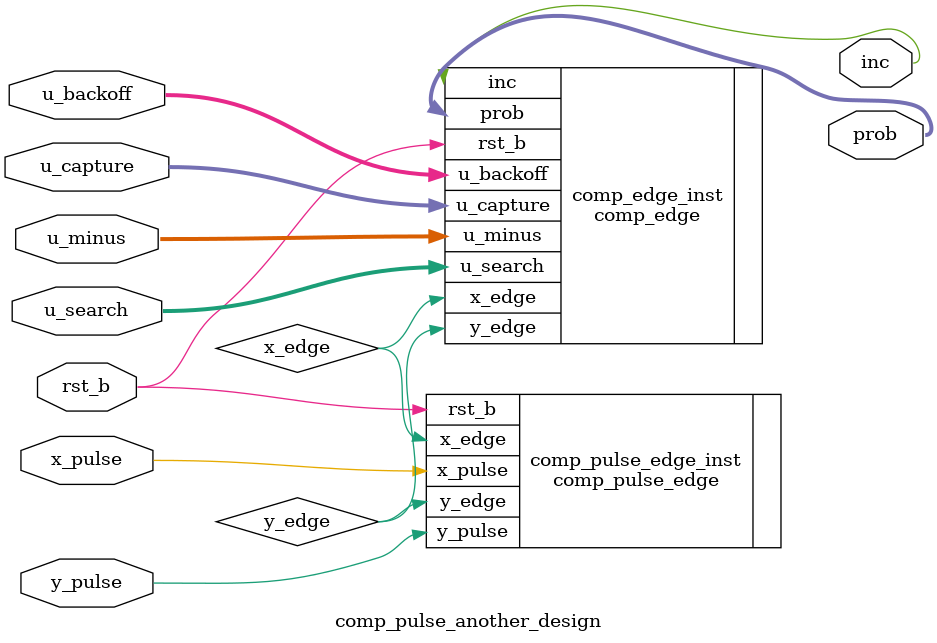
<source format=sv>
module comp_pulse_another_design (
	// input clk,
	input x_pulse,    // Clock
	input y_pulse, // Clock Enable
	input rst_b,  // Asynchronous reset active low
	input logic [6:0] u_capture,u_minus,u_search,u_backoff,
	output logic [6:0] prob,
	output logic inc
);

logic x_edge,y_edge;
comp_pulse_edge comp_pulse_edge_inst(.rst_b,.x_pulse,.y_pulse,.x_edge,.y_edge);
comp_edge comp_edge_inst(.rst_b,.x_edge,.y_edge,.u_search,.u_minus,.u_capture,.u_backoff,.prob,.inc);

endmodule
</source>
